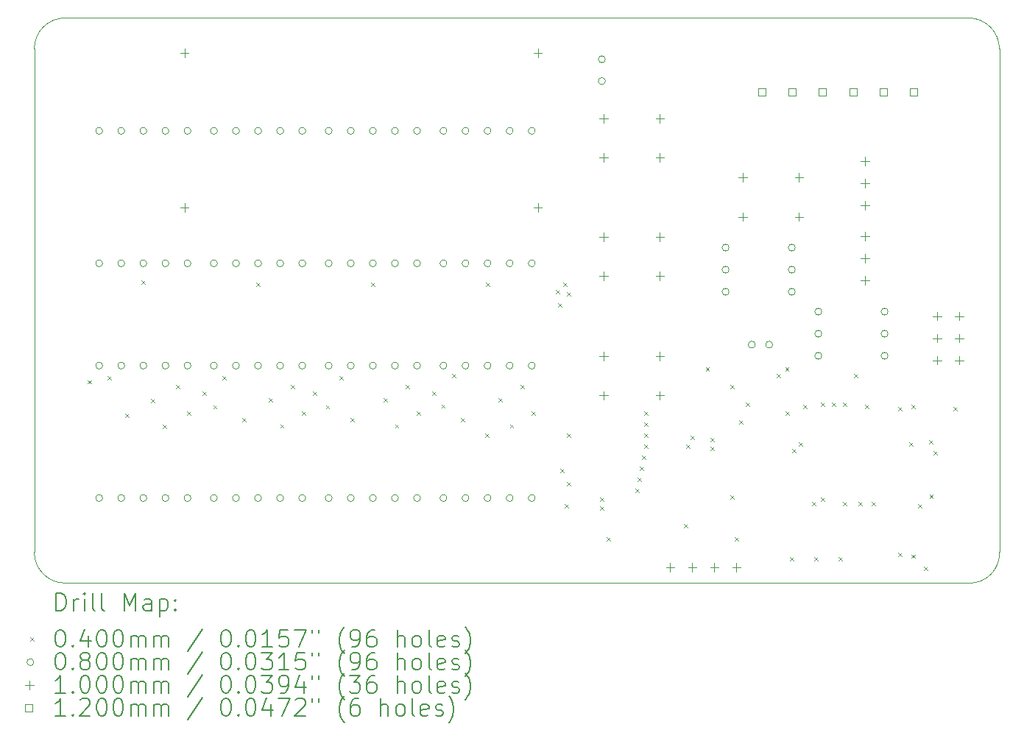
<source format=gbr>
%FSLAX45Y45*%
G04 Gerber Fmt 4.5, Leading zero omitted, Abs format (unit mm)*
G04 Created by KiCad (PCBNEW (6.0.0)) date 2022-03-13 19:16:48*
%MOMM*%
%LPD*%
G01*
G04 APERTURE LIST*
%TA.AperFunction,Profile*%
%ADD10C,0.100000*%
%TD*%
%ADD11C,0.200000*%
%ADD12C,0.040000*%
%ADD13C,0.080000*%
%ADD14C,0.100000*%
%ADD15C,0.120000*%
G04 APERTURE END LIST*
D10*
X5359400Y-4800600D02*
G75*
G03*
X5003800Y-5156200I0J-355600D01*
G01*
X16103600Y-10947400D02*
X16103600Y-5156200D01*
X16103600Y-5156200D02*
G75*
G03*
X15748000Y-4800600I-355600J0D01*
G01*
X15748000Y-11303000D02*
G75*
G03*
X16103600Y-10947400I16581J339019D01*
G01*
X15748000Y-4800600D02*
X5359400Y-4800600D01*
X5359400Y-11303000D02*
X15748000Y-11303000D01*
X5003800Y-5156200D02*
X5003800Y-10947400D01*
X5003800Y-10947400D02*
G75*
G03*
X5359400Y-11303000I355600J0D01*
G01*
D11*
D12*
X5621348Y-8969052D02*
X5661348Y-9009052D01*
X5661348Y-8969052D02*
X5621348Y-9009052D01*
X5847400Y-8920800D02*
X5887400Y-8960800D01*
X5887400Y-8920800D02*
X5847400Y-8960800D01*
X6050600Y-9352600D02*
X6090600Y-9392600D01*
X6090600Y-9352600D02*
X6050600Y-9392600D01*
X6238000Y-7819000D02*
X6278000Y-7859000D01*
X6278000Y-7819000D02*
X6238000Y-7859000D01*
X6346652Y-9183548D02*
X6386652Y-9223548D01*
X6386652Y-9183548D02*
X6346652Y-9223548D01*
X6482400Y-9479600D02*
X6522400Y-9519600D01*
X6522400Y-9479600D02*
X6482400Y-9519600D01*
X6634800Y-9022400D02*
X6674800Y-9062400D01*
X6674800Y-9022400D02*
X6634800Y-9062400D01*
X6763050Y-9328450D02*
X6803050Y-9368450D01*
X6803050Y-9328450D02*
X6763050Y-9368450D01*
X6941348Y-9096852D02*
X6981348Y-9136852D01*
X6981348Y-9096852D02*
X6941348Y-9136852D01*
X7061601Y-9255999D02*
X7101601Y-9295999D01*
X7101601Y-9255999D02*
X7061601Y-9295999D01*
X7168200Y-8920800D02*
X7208200Y-8960800D01*
X7208200Y-8920800D02*
X7168200Y-8960800D01*
X7396800Y-9403400D02*
X7436800Y-9443400D01*
X7436800Y-9403400D02*
X7396800Y-9443400D01*
X7558000Y-7845200D02*
X7598000Y-7885200D01*
X7598000Y-7845200D02*
X7558000Y-7885200D01*
X7703348Y-9173052D02*
X7743348Y-9213052D01*
X7743348Y-9173052D02*
X7703348Y-9213052D01*
X7832349Y-9475851D02*
X7872349Y-9515851D01*
X7872349Y-9475851D02*
X7832349Y-9515851D01*
X7957348Y-9020652D02*
X7997348Y-9060652D01*
X7997348Y-9020652D02*
X7957348Y-9060652D01*
X8081350Y-9328450D02*
X8121350Y-9368450D01*
X8121350Y-9328450D02*
X8081350Y-9368450D01*
X8209600Y-9098600D02*
X8249600Y-9138600D01*
X8249600Y-9098600D02*
X8209600Y-9138600D01*
X8357001Y-9255999D02*
X8397001Y-9295999D01*
X8397001Y-9255999D02*
X8357001Y-9295999D01*
X8515348Y-8919852D02*
X8555348Y-8959852D01*
X8555348Y-8919852D02*
X8515348Y-8959852D01*
X8641400Y-9403400D02*
X8681400Y-9443400D01*
X8681400Y-9403400D02*
X8641400Y-9443400D01*
X8878000Y-7846000D02*
X8918000Y-7886000D01*
X8918000Y-7846000D02*
X8878000Y-7886000D01*
X9023348Y-9173852D02*
X9063348Y-9213852D01*
X9063348Y-9173852D02*
X9023348Y-9213852D01*
X9153149Y-9475851D02*
X9193149Y-9515851D01*
X9193149Y-9475851D02*
X9153149Y-9515851D01*
X9277348Y-9021452D02*
X9317348Y-9061452D01*
X9317348Y-9021452D02*
X9277348Y-9061452D01*
X9402150Y-9328450D02*
X9442150Y-9368450D01*
X9442150Y-9328450D02*
X9402150Y-9368450D01*
X9581348Y-9098452D02*
X9621348Y-9138452D01*
X9621348Y-9098452D02*
X9581348Y-9138452D01*
X9686697Y-9247103D02*
X9726697Y-9287103D01*
X9726697Y-9247103D02*
X9686697Y-9287103D01*
X9809800Y-8895400D02*
X9849800Y-8935400D01*
X9849800Y-8895400D02*
X9809800Y-8935400D01*
X9911400Y-9403400D02*
X9951400Y-9443400D01*
X9951400Y-9403400D02*
X9911400Y-9443400D01*
X10190800Y-9581200D02*
X10230800Y-9621200D01*
X10230800Y-9581200D02*
X10190800Y-9621200D01*
X10198000Y-7846800D02*
X10238000Y-7886800D01*
X10238000Y-7846800D02*
X10198000Y-7886800D01*
X10343348Y-9174652D02*
X10383348Y-9214652D01*
X10383348Y-9174652D02*
X10343348Y-9214652D01*
X10473949Y-9475851D02*
X10513949Y-9515851D01*
X10513949Y-9475851D02*
X10473949Y-9515851D01*
X10597348Y-9022252D02*
X10637348Y-9062252D01*
X10637348Y-9022252D02*
X10597348Y-9062252D01*
X10722950Y-9328450D02*
X10762950Y-9368450D01*
X10762950Y-9328450D02*
X10722950Y-9368450D01*
X11003600Y-7930200D02*
X11043600Y-7970200D01*
X11043600Y-7930200D02*
X11003600Y-7970200D01*
X11029000Y-8082600D02*
X11069000Y-8122600D01*
X11069000Y-8082600D02*
X11029000Y-8122600D01*
X11054400Y-9987600D02*
X11094400Y-10027600D01*
X11094400Y-9987600D02*
X11054400Y-10027600D01*
X11087000Y-7846800D02*
X11127000Y-7886800D01*
X11127000Y-7846800D02*
X11087000Y-7886800D01*
X11105200Y-10394000D02*
X11145200Y-10434000D01*
X11145200Y-10394000D02*
X11105200Y-10434000D01*
X11130600Y-7955600D02*
X11170600Y-7995600D01*
X11170600Y-7955600D02*
X11130600Y-7995600D01*
X11130600Y-9581200D02*
X11170600Y-9621200D01*
X11170600Y-9581200D02*
X11130600Y-9621200D01*
X11130600Y-10140000D02*
X11170600Y-10180000D01*
X11170600Y-10140000D02*
X11130600Y-10180000D01*
X11511600Y-10317800D02*
X11551600Y-10357800D01*
X11551600Y-10317800D02*
X11511600Y-10357800D01*
X11511600Y-10419400D02*
X11551600Y-10459400D01*
X11551600Y-10419400D02*
X11511600Y-10459400D01*
X11587800Y-10775000D02*
X11627800Y-10815000D01*
X11627800Y-10775000D02*
X11587800Y-10815000D01*
X11918000Y-10216200D02*
X11958000Y-10256200D01*
X11958000Y-10216200D02*
X11918000Y-10256200D01*
X11943400Y-10089200D02*
X11983400Y-10129200D01*
X11983400Y-10089200D02*
X11943400Y-10129200D01*
X11968800Y-9962200D02*
X12008800Y-10002200D01*
X12008800Y-9962200D02*
X11968800Y-10002200D01*
X11994200Y-9835200D02*
X12034200Y-9875200D01*
X12034200Y-9835200D02*
X11994200Y-9875200D01*
X12019600Y-9327200D02*
X12059600Y-9367200D01*
X12059600Y-9327200D02*
X12019600Y-9367200D01*
X12019600Y-9454200D02*
X12059600Y-9494200D01*
X12059600Y-9454200D02*
X12019600Y-9494200D01*
X12019600Y-9581200D02*
X12059600Y-9621200D01*
X12059600Y-9581200D02*
X12019600Y-9621200D01*
X12019600Y-9708200D02*
X12059600Y-9748200D01*
X12059600Y-9708200D02*
X12019600Y-9748200D01*
X12476800Y-10622600D02*
X12516800Y-10662600D01*
X12516800Y-10622600D02*
X12476800Y-10662600D01*
X12502200Y-9708200D02*
X12542200Y-9748200D01*
X12542200Y-9708200D02*
X12502200Y-9748200D01*
X12553000Y-9606600D02*
X12593000Y-9646600D01*
X12593000Y-9606600D02*
X12553000Y-9646600D01*
X12727051Y-8822949D02*
X12767051Y-8862949D01*
X12767051Y-8822949D02*
X12727051Y-8862949D01*
X12781600Y-9632000D02*
X12821600Y-9672000D01*
X12821600Y-9632000D02*
X12781600Y-9672000D01*
X12781600Y-9733600D02*
X12821600Y-9773600D01*
X12821600Y-9733600D02*
X12781600Y-9773600D01*
X13010200Y-9022400D02*
X13050200Y-9062400D01*
X13050200Y-9022400D02*
X13010200Y-9062400D01*
X13010200Y-10292400D02*
X13050200Y-10332400D01*
X13050200Y-10292400D02*
X13010200Y-10332400D01*
X13061000Y-10775000D02*
X13101000Y-10815000D01*
X13101000Y-10775000D02*
X13061000Y-10815000D01*
X13111800Y-9428800D02*
X13151800Y-9468800D01*
X13151800Y-9428800D02*
X13111800Y-9468800D01*
X13188000Y-9225600D02*
X13228000Y-9265600D01*
X13228000Y-9225600D02*
X13188000Y-9265600D01*
X13543600Y-8895400D02*
X13583600Y-8935400D01*
X13583600Y-8895400D02*
X13543600Y-8935400D01*
X13641451Y-8822949D02*
X13681451Y-8862949D01*
X13681451Y-8822949D02*
X13641451Y-8862949D01*
X13645200Y-9327200D02*
X13685200Y-9367200D01*
X13685200Y-9327200D02*
X13645200Y-9367200D01*
X13696000Y-11003600D02*
X13736000Y-11043600D01*
X13736000Y-11003600D02*
X13696000Y-11043600D01*
X13721400Y-9759000D02*
X13761400Y-9799000D01*
X13761400Y-9759000D02*
X13721400Y-9799000D01*
X13797600Y-9682800D02*
X13837600Y-9722800D01*
X13837600Y-9682800D02*
X13797600Y-9722800D01*
X13848400Y-9251000D02*
X13888400Y-9291000D01*
X13888400Y-9251000D02*
X13848400Y-9291000D01*
X13950000Y-10368600D02*
X13990000Y-10408600D01*
X13990000Y-10368600D02*
X13950000Y-10408600D01*
X13975400Y-11003600D02*
X14015400Y-11043600D01*
X14015400Y-11003600D02*
X13975400Y-11043600D01*
X14051600Y-9225600D02*
X14091600Y-9265600D01*
X14091600Y-9225600D02*
X14051600Y-9265600D01*
X14051600Y-10317800D02*
X14091600Y-10357800D01*
X14091600Y-10317800D02*
X14051600Y-10357800D01*
X14178600Y-9225600D02*
X14218600Y-9265600D01*
X14218600Y-9225600D02*
X14178600Y-9265600D01*
X14254800Y-11003600D02*
X14294800Y-11043600D01*
X14294800Y-11003600D02*
X14254800Y-11043600D01*
X14305600Y-9225600D02*
X14345600Y-9265600D01*
X14345600Y-9225600D02*
X14305600Y-9265600D01*
X14305600Y-10368600D02*
X14345600Y-10408600D01*
X14345600Y-10368600D02*
X14305600Y-10408600D01*
X14432600Y-8895400D02*
X14472600Y-8935400D01*
X14472600Y-8895400D02*
X14432600Y-8935400D01*
X14483400Y-10368600D02*
X14523400Y-10408600D01*
X14523400Y-10368600D02*
X14483400Y-10408600D01*
X14559600Y-9251000D02*
X14599600Y-9291000D01*
X14599600Y-9251000D02*
X14559600Y-9291000D01*
X14635800Y-10368600D02*
X14675800Y-10408600D01*
X14675800Y-10368600D02*
X14635800Y-10408600D01*
X14940600Y-9276400D02*
X14980600Y-9316400D01*
X14980600Y-9276400D02*
X14940600Y-9316400D01*
X14940600Y-10952800D02*
X14980600Y-10992800D01*
X14980600Y-10952800D02*
X14940600Y-10992800D01*
X15067600Y-9682800D02*
X15107600Y-9722800D01*
X15107600Y-9682800D02*
X15067600Y-9722800D01*
X15093000Y-9251000D02*
X15133000Y-9291000D01*
X15133000Y-9251000D02*
X15093000Y-9291000D01*
X15093000Y-10974100D02*
X15133000Y-11014100D01*
X15133000Y-10974100D02*
X15093000Y-11014100D01*
X15169200Y-10394000D02*
X15209200Y-10434000D01*
X15209200Y-10394000D02*
X15169200Y-10434000D01*
X15235240Y-11115360D02*
X15275240Y-11155360D01*
X15275240Y-11115360D02*
X15235240Y-11155360D01*
X15296200Y-9657400D02*
X15336200Y-9697400D01*
X15336200Y-9657400D02*
X15296200Y-9697400D01*
X15301280Y-10282240D02*
X15341280Y-10322240D01*
X15341280Y-10282240D02*
X15301280Y-10322240D01*
X15347000Y-9784400D02*
X15387000Y-9824400D01*
X15387000Y-9784400D02*
X15347000Y-9824400D01*
X15575600Y-9276400D02*
X15615600Y-9316400D01*
X15615600Y-9276400D02*
X15575600Y-9316400D01*
D13*
X5790000Y-6100000D02*
G75*
G03*
X5790000Y-6100000I-40000J0D01*
G01*
X5790000Y-7624000D02*
G75*
G03*
X5790000Y-7624000I-40000J0D01*
G01*
X5790000Y-8800000D02*
G75*
G03*
X5790000Y-8800000I-40000J0D01*
G01*
X5790000Y-10324000D02*
G75*
G03*
X5790000Y-10324000I-40000J0D01*
G01*
X6044000Y-6100000D02*
G75*
G03*
X6044000Y-6100000I-40000J0D01*
G01*
X6044000Y-7624000D02*
G75*
G03*
X6044000Y-7624000I-40000J0D01*
G01*
X6044000Y-8800000D02*
G75*
G03*
X6044000Y-8800000I-40000J0D01*
G01*
X6044000Y-10324000D02*
G75*
G03*
X6044000Y-10324000I-40000J0D01*
G01*
X6298000Y-6100000D02*
G75*
G03*
X6298000Y-6100000I-40000J0D01*
G01*
X6298000Y-7624000D02*
G75*
G03*
X6298000Y-7624000I-40000J0D01*
G01*
X6298000Y-8800000D02*
G75*
G03*
X6298000Y-8800000I-40000J0D01*
G01*
X6298000Y-10324000D02*
G75*
G03*
X6298000Y-10324000I-40000J0D01*
G01*
X6552000Y-6100000D02*
G75*
G03*
X6552000Y-6100000I-40000J0D01*
G01*
X6552000Y-7624000D02*
G75*
G03*
X6552000Y-7624000I-40000J0D01*
G01*
X6552000Y-8800000D02*
G75*
G03*
X6552000Y-8800000I-40000J0D01*
G01*
X6552000Y-10324000D02*
G75*
G03*
X6552000Y-10324000I-40000J0D01*
G01*
X6806000Y-6100000D02*
G75*
G03*
X6806000Y-6100000I-40000J0D01*
G01*
X6806000Y-7624000D02*
G75*
G03*
X6806000Y-7624000I-40000J0D01*
G01*
X6806000Y-8800000D02*
G75*
G03*
X6806000Y-8800000I-40000J0D01*
G01*
X6806000Y-10324000D02*
G75*
G03*
X6806000Y-10324000I-40000J0D01*
G01*
X7110000Y-6100000D02*
G75*
G03*
X7110000Y-6100000I-40000J0D01*
G01*
X7110000Y-7624000D02*
G75*
G03*
X7110000Y-7624000I-40000J0D01*
G01*
X7110000Y-8800000D02*
G75*
G03*
X7110000Y-8800000I-40000J0D01*
G01*
X7110000Y-10324000D02*
G75*
G03*
X7110000Y-10324000I-40000J0D01*
G01*
X7364000Y-6100000D02*
G75*
G03*
X7364000Y-6100000I-40000J0D01*
G01*
X7364000Y-7624000D02*
G75*
G03*
X7364000Y-7624000I-40000J0D01*
G01*
X7364000Y-8800000D02*
G75*
G03*
X7364000Y-8800000I-40000J0D01*
G01*
X7364000Y-10324000D02*
G75*
G03*
X7364000Y-10324000I-40000J0D01*
G01*
X7618000Y-6100000D02*
G75*
G03*
X7618000Y-6100000I-40000J0D01*
G01*
X7618000Y-7624000D02*
G75*
G03*
X7618000Y-7624000I-40000J0D01*
G01*
X7618000Y-8800000D02*
G75*
G03*
X7618000Y-8800000I-40000J0D01*
G01*
X7618000Y-10324000D02*
G75*
G03*
X7618000Y-10324000I-40000J0D01*
G01*
X7872000Y-6100000D02*
G75*
G03*
X7872000Y-6100000I-40000J0D01*
G01*
X7872000Y-7624000D02*
G75*
G03*
X7872000Y-7624000I-40000J0D01*
G01*
X7872000Y-8800000D02*
G75*
G03*
X7872000Y-8800000I-40000J0D01*
G01*
X7872000Y-10324000D02*
G75*
G03*
X7872000Y-10324000I-40000J0D01*
G01*
X8126000Y-6100000D02*
G75*
G03*
X8126000Y-6100000I-40000J0D01*
G01*
X8126000Y-7624000D02*
G75*
G03*
X8126000Y-7624000I-40000J0D01*
G01*
X8126000Y-8800000D02*
G75*
G03*
X8126000Y-8800000I-40000J0D01*
G01*
X8126000Y-10324000D02*
G75*
G03*
X8126000Y-10324000I-40000J0D01*
G01*
X8430000Y-6100000D02*
G75*
G03*
X8430000Y-6100000I-40000J0D01*
G01*
X8430000Y-7624000D02*
G75*
G03*
X8430000Y-7624000I-40000J0D01*
G01*
X8430000Y-8800000D02*
G75*
G03*
X8430000Y-8800000I-40000J0D01*
G01*
X8430000Y-10324000D02*
G75*
G03*
X8430000Y-10324000I-40000J0D01*
G01*
X8684000Y-6100000D02*
G75*
G03*
X8684000Y-6100000I-40000J0D01*
G01*
X8684000Y-7624000D02*
G75*
G03*
X8684000Y-7624000I-40000J0D01*
G01*
X8684000Y-8800000D02*
G75*
G03*
X8684000Y-8800000I-40000J0D01*
G01*
X8684000Y-10324000D02*
G75*
G03*
X8684000Y-10324000I-40000J0D01*
G01*
X8938000Y-6100000D02*
G75*
G03*
X8938000Y-6100000I-40000J0D01*
G01*
X8938000Y-7624000D02*
G75*
G03*
X8938000Y-7624000I-40000J0D01*
G01*
X8938000Y-8800000D02*
G75*
G03*
X8938000Y-8800000I-40000J0D01*
G01*
X8938000Y-10324000D02*
G75*
G03*
X8938000Y-10324000I-40000J0D01*
G01*
X9192000Y-6100000D02*
G75*
G03*
X9192000Y-6100000I-40000J0D01*
G01*
X9192000Y-7624000D02*
G75*
G03*
X9192000Y-7624000I-40000J0D01*
G01*
X9192000Y-8800000D02*
G75*
G03*
X9192000Y-8800000I-40000J0D01*
G01*
X9192000Y-10324000D02*
G75*
G03*
X9192000Y-10324000I-40000J0D01*
G01*
X9446000Y-6100000D02*
G75*
G03*
X9446000Y-6100000I-40000J0D01*
G01*
X9446000Y-7624000D02*
G75*
G03*
X9446000Y-7624000I-40000J0D01*
G01*
X9446000Y-8800000D02*
G75*
G03*
X9446000Y-8800000I-40000J0D01*
G01*
X9446000Y-10324000D02*
G75*
G03*
X9446000Y-10324000I-40000J0D01*
G01*
X9750000Y-6100000D02*
G75*
G03*
X9750000Y-6100000I-40000J0D01*
G01*
X9750000Y-7624000D02*
G75*
G03*
X9750000Y-7624000I-40000J0D01*
G01*
X9750000Y-8800000D02*
G75*
G03*
X9750000Y-8800000I-40000J0D01*
G01*
X9750000Y-10324000D02*
G75*
G03*
X9750000Y-10324000I-40000J0D01*
G01*
X10004000Y-6100000D02*
G75*
G03*
X10004000Y-6100000I-40000J0D01*
G01*
X10004000Y-7624000D02*
G75*
G03*
X10004000Y-7624000I-40000J0D01*
G01*
X10004000Y-8800000D02*
G75*
G03*
X10004000Y-8800000I-40000J0D01*
G01*
X10004000Y-10324000D02*
G75*
G03*
X10004000Y-10324000I-40000J0D01*
G01*
X10258000Y-6100000D02*
G75*
G03*
X10258000Y-6100000I-40000J0D01*
G01*
X10258000Y-7624000D02*
G75*
G03*
X10258000Y-7624000I-40000J0D01*
G01*
X10258000Y-8800000D02*
G75*
G03*
X10258000Y-8800000I-40000J0D01*
G01*
X10258000Y-10324000D02*
G75*
G03*
X10258000Y-10324000I-40000J0D01*
G01*
X10512000Y-6100000D02*
G75*
G03*
X10512000Y-6100000I-40000J0D01*
G01*
X10512000Y-7624000D02*
G75*
G03*
X10512000Y-7624000I-40000J0D01*
G01*
X10512000Y-8800000D02*
G75*
G03*
X10512000Y-8800000I-40000J0D01*
G01*
X10512000Y-10324000D02*
G75*
G03*
X10512000Y-10324000I-40000J0D01*
G01*
X10766000Y-6100000D02*
G75*
G03*
X10766000Y-6100000I-40000J0D01*
G01*
X10766000Y-7624000D02*
G75*
G03*
X10766000Y-7624000I-40000J0D01*
G01*
X10766000Y-8800000D02*
G75*
G03*
X10766000Y-8800000I-40000J0D01*
G01*
X10766000Y-10324000D02*
G75*
G03*
X10766000Y-10324000I-40000J0D01*
G01*
X11571600Y-5276340D02*
G75*
G03*
X11571600Y-5276340I-40000J0D01*
G01*
X11571600Y-5526340D02*
G75*
G03*
X11571600Y-5526340I-40000J0D01*
G01*
X12995000Y-7443700D02*
G75*
G03*
X12995000Y-7443700I-40000J0D01*
G01*
X12995000Y-7697700D02*
G75*
G03*
X12995000Y-7697700I-40000J0D01*
G01*
X12995000Y-7951700D02*
G75*
G03*
X12995000Y-7951700I-40000J0D01*
G01*
X13295911Y-8559800D02*
G75*
G03*
X13295911Y-8559800I-40000J0D01*
G01*
X13495911Y-8559800D02*
G75*
G03*
X13495911Y-8559800I-40000J0D01*
G01*
X13757000Y-7443700D02*
G75*
G03*
X13757000Y-7443700I-40000J0D01*
G01*
X13757000Y-7697700D02*
G75*
G03*
X13757000Y-7697700I-40000J0D01*
G01*
X13757000Y-7951700D02*
G75*
G03*
X13757000Y-7951700I-40000J0D01*
G01*
X14061800Y-8180300D02*
G75*
G03*
X14061800Y-8180300I-40000J0D01*
G01*
X14061800Y-8434300D02*
G75*
G03*
X14061800Y-8434300I-40000J0D01*
G01*
X14061800Y-8688300D02*
G75*
G03*
X14061800Y-8688300I-40000J0D01*
G01*
X14823800Y-8180300D02*
G75*
G03*
X14823800Y-8180300I-40000J0D01*
G01*
X14823800Y-8434300D02*
G75*
G03*
X14823800Y-8434300I-40000J0D01*
G01*
X14823800Y-8688300D02*
G75*
G03*
X14823800Y-8688300I-40000J0D01*
G01*
D14*
X6731000Y-5157000D02*
X6731000Y-5257000D01*
X6681000Y-5207000D02*
X6781000Y-5207000D01*
X6731000Y-6935000D02*
X6731000Y-7035000D01*
X6681000Y-6985000D02*
X6781000Y-6985000D01*
X10795000Y-5157000D02*
X10795000Y-5257000D01*
X10745000Y-5207000D02*
X10845000Y-5207000D01*
X10795000Y-6935000D02*
X10795000Y-7035000D01*
X10745000Y-6985000D02*
X10845000Y-6985000D01*
X11550000Y-5905000D02*
X11550000Y-6005000D01*
X11500000Y-5955000D02*
X11600000Y-5955000D01*
X11550000Y-6355000D02*
X11550000Y-6455000D01*
X11500000Y-6405000D02*
X11600000Y-6405000D01*
X11550000Y-7270000D02*
X11550000Y-7370000D01*
X11500000Y-7320000D02*
X11600000Y-7320000D01*
X11550000Y-7720000D02*
X11550000Y-7820000D01*
X11500000Y-7770000D02*
X11600000Y-7770000D01*
X11550000Y-8644500D02*
X11550000Y-8744500D01*
X11500000Y-8694500D02*
X11600000Y-8694500D01*
X11550000Y-9094500D02*
X11550000Y-9194500D01*
X11500000Y-9144500D02*
X11600000Y-9144500D01*
X12200000Y-5905000D02*
X12200000Y-6005000D01*
X12150000Y-5955000D02*
X12250000Y-5955000D01*
X12200000Y-6355000D02*
X12200000Y-6455000D01*
X12150000Y-6405000D02*
X12250000Y-6405000D01*
X12200000Y-7270000D02*
X12200000Y-7370000D01*
X12150000Y-7320000D02*
X12250000Y-7320000D01*
X12200000Y-7720000D02*
X12200000Y-7820000D01*
X12150000Y-7770000D02*
X12250000Y-7770000D01*
X12200000Y-8644500D02*
X12200000Y-8744500D01*
X12150000Y-8694500D02*
X12250000Y-8694500D01*
X12200000Y-9094500D02*
X12200000Y-9194500D01*
X12150000Y-9144500D02*
X12250000Y-9144500D01*
X12318000Y-11075200D02*
X12318000Y-11175200D01*
X12268000Y-11125200D02*
X12368000Y-11125200D01*
X12572000Y-11075200D02*
X12572000Y-11175200D01*
X12522000Y-11125200D02*
X12622000Y-11125200D01*
X12826000Y-11075200D02*
X12826000Y-11175200D01*
X12776000Y-11125200D02*
X12876000Y-11125200D01*
X13080000Y-11075200D02*
X13080000Y-11175200D01*
X13030000Y-11125200D02*
X13130000Y-11125200D01*
X13150000Y-6588000D02*
X13150000Y-6688000D01*
X13100000Y-6638000D02*
X13200000Y-6638000D01*
X13150000Y-7038000D02*
X13150000Y-7138000D01*
X13100000Y-7088000D02*
X13200000Y-7088000D01*
X13800000Y-6588000D02*
X13800000Y-6688000D01*
X13750000Y-6638000D02*
X13850000Y-6638000D01*
X13800000Y-7038000D02*
X13800000Y-7138000D01*
X13750000Y-7088000D02*
X13850000Y-7088000D01*
X14560400Y-6401600D02*
X14560400Y-6501600D01*
X14510400Y-6451600D02*
X14610400Y-6451600D01*
X14560400Y-6655600D02*
X14560400Y-6755600D01*
X14510400Y-6705600D02*
X14610400Y-6705600D01*
X14560400Y-6909600D02*
X14560400Y-7009600D01*
X14510400Y-6959600D02*
X14610400Y-6959600D01*
X14560400Y-7265200D02*
X14560400Y-7365200D01*
X14510400Y-7315200D02*
X14610400Y-7315200D01*
X14560400Y-7519200D02*
X14560400Y-7619200D01*
X14510400Y-7569200D02*
X14610400Y-7569200D01*
X14560400Y-7773200D02*
X14560400Y-7873200D01*
X14510400Y-7823200D02*
X14610400Y-7823200D01*
X15386200Y-8181100D02*
X15386200Y-8281100D01*
X15336200Y-8231100D02*
X15436200Y-8231100D01*
X15386200Y-8435100D02*
X15386200Y-8535100D01*
X15336200Y-8485100D02*
X15436200Y-8485100D01*
X15386200Y-8689100D02*
X15386200Y-8789100D01*
X15336200Y-8739100D02*
X15436200Y-8739100D01*
X15640200Y-8181100D02*
X15640200Y-8281100D01*
X15590200Y-8231100D02*
X15690200Y-8231100D01*
X15640200Y-8435100D02*
X15640200Y-8535100D01*
X15590200Y-8485100D02*
X15690200Y-8485100D01*
X15640200Y-8689100D02*
X15640200Y-8789100D01*
X15590200Y-8739100D02*
X15690200Y-8739100D01*
D15*
X13411327Y-5695077D02*
X13411327Y-5610223D01*
X13326473Y-5610223D01*
X13326473Y-5695077D01*
X13411327Y-5695077D01*
X13761327Y-5695077D02*
X13761327Y-5610223D01*
X13676473Y-5610223D01*
X13676473Y-5695077D01*
X13761327Y-5695077D01*
X14111327Y-5695077D02*
X14111327Y-5610223D01*
X14026473Y-5610223D01*
X14026473Y-5695077D01*
X14111327Y-5695077D01*
X14461327Y-5695077D02*
X14461327Y-5610223D01*
X14376473Y-5610223D01*
X14376473Y-5695077D01*
X14461327Y-5695077D01*
X14811327Y-5695077D02*
X14811327Y-5610223D01*
X14726473Y-5610223D01*
X14726473Y-5695077D01*
X14811327Y-5695077D01*
X15161327Y-5695077D02*
X15161327Y-5610223D01*
X15076473Y-5610223D01*
X15076473Y-5695077D01*
X15161327Y-5695077D01*
D11*
X5256419Y-11618881D02*
X5256419Y-11418881D01*
X5304038Y-11418881D01*
X5332610Y-11428405D01*
X5351657Y-11447453D01*
X5361181Y-11466500D01*
X5370705Y-11504596D01*
X5370705Y-11533167D01*
X5361181Y-11571262D01*
X5351657Y-11590310D01*
X5332610Y-11609357D01*
X5304038Y-11618881D01*
X5256419Y-11618881D01*
X5456419Y-11618881D02*
X5456419Y-11485548D01*
X5456419Y-11523643D02*
X5465943Y-11504596D01*
X5475467Y-11495072D01*
X5494514Y-11485548D01*
X5513562Y-11485548D01*
X5580229Y-11618881D02*
X5580229Y-11485548D01*
X5580229Y-11418881D02*
X5570705Y-11428405D01*
X5580229Y-11437929D01*
X5589752Y-11428405D01*
X5580229Y-11418881D01*
X5580229Y-11437929D01*
X5704038Y-11618881D02*
X5684990Y-11609357D01*
X5675467Y-11590310D01*
X5675467Y-11418881D01*
X5808800Y-11618881D02*
X5789752Y-11609357D01*
X5780228Y-11590310D01*
X5780228Y-11418881D01*
X6037371Y-11618881D02*
X6037371Y-11418881D01*
X6104038Y-11561738D01*
X6170705Y-11418881D01*
X6170705Y-11618881D01*
X6351657Y-11618881D02*
X6351657Y-11514119D01*
X6342133Y-11495072D01*
X6323086Y-11485548D01*
X6284990Y-11485548D01*
X6265943Y-11495072D01*
X6351657Y-11609357D02*
X6332609Y-11618881D01*
X6284990Y-11618881D01*
X6265943Y-11609357D01*
X6256419Y-11590310D01*
X6256419Y-11571262D01*
X6265943Y-11552215D01*
X6284990Y-11542691D01*
X6332609Y-11542691D01*
X6351657Y-11533167D01*
X6446895Y-11485548D02*
X6446895Y-11685548D01*
X6446895Y-11495072D02*
X6465943Y-11485548D01*
X6504038Y-11485548D01*
X6523086Y-11495072D01*
X6532609Y-11504596D01*
X6542133Y-11523643D01*
X6542133Y-11580786D01*
X6532609Y-11599834D01*
X6523086Y-11609357D01*
X6504038Y-11618881D01*
X6465943Y-11618881D01*
X6446895Y-11609357D01*
X6627848Y-11599834D02*
X6637371Y-11609357D01*
X6627848Y-11618881D01*
X6618324Y-11609357D01*
X6627848Y-11599834D01*
X6627848Y-11618881D01*
X6627848Y-11495072D02*
X6637371Y-11504596D01*
X6627848Y-11514119D01*
X6618324Y-11504596D01*
X6627848Y-11495072D01*
X6627848Y-11514119D01*
D12*
X4958800Y-11928405D02*
X4998800Y-11968405D01*
X4998800Y-11928405D02*
X4958800Y-11968405D01*
D11*
X5294514Y-11838881D02*
X5313562Y-11838881D01*
X5332610Y-11848405D01*
X5342133Y-11857929D01*
X5351657Y-11876977D01*
X5361181Y-11915072D01*
X5361181Y-11962691D01*
X5351657Y-12000786D01*
X5342133Y-12019834D01*
X5332610Y-12029357D01*
X5313562Y-12038881D01*
X5294514Y-12038881D01*
X5275467Y-12029357D01*
X5265943Y-12019834D01*
X5256419Y-12000786D01*
X5246895Y-11962691D01*
X5246895Y-11915072D01*
X5256419Y-11876977D01*
X5265943Y-11857929D01*
X5275467Y-11848405D01*
X5294514Y-11838881D01*
X5446895Y-12019834D02*
X5456419Y-12029357D01*
X5446895Y-12038881D01*
X5437371Y-12029357D01*
X5446895Y-12019834D01*
X5446895Y-12038881D01*
X5627848Y-11905548D02*
X5627848Y-12038881D01*
X5580229Y-11829357D02*
X5532610Y-11972215D01*
X5656419Y-11972215D01*
X5770705Y-11838881D02*
X5789752Y-11838881D01*
X5808800Y-11848405D01*
X5818324Y-11857929D01*
X5827848Y-11876977D01*
X5837371Y-11915072D01*
X5837371Y-11962691D01*
X5827848Y-12000786D01*
X5818324Y-12019834D01*
X5808800Y-12029357D01*
X5789752Y-12038881D01*
X5770705Y-12038881D01*
X5751657Y-12029357D01*
X5742133Y-12019834D01*
X5732609Y-12000786D01*
X5723086Y-11962691D01*
X5723086Y-11915072D01*
X5732609Y-11876977D01*
X5742133Y-11857929D01*
X5751657Y-11848405D01*
X5770705Y-11838881D01*
X5961181Y-11838881D02*
X5980228Y-11838881D01*
X5999276Y-11848405D01*
X6008800Y-11857929D01*
X6018324Y-11876977D01*
X6027848Y-11915072D01*
X6027848Y-11962691D01*
X6018324Y-12000786D01*
X6008800Y-12019834D01*
X5999276Y-12029357D01*
X5980228Y-12038881D01*
X5961181Y-12038881D01*
X5942133Y-12029357D01*
X5932609Y-12019834D01*
X5923086Y-12000786D01*
X5913562Y-11962691D01*
X5913562Y-11915072D01*
X5923086Y-11876977D01*
X5932609Y-11857929D01*
X5942133Y-11848405D01*
X5961181Y-11838881D01*
X6113562Y-12038881D02*
X6113562Y-11905548D01*
X6113562Y-11924596D02*
X6123086Y-11915072D01*
X6142133Y-11905548D01*
X6170705Y-11905548D01*
X6189752Y-11915072D01*
X6199276Y-11934119D01*
X6199276Y-12038881D01*
X6199276Y-11934119D02*
X6208800Y-11915072D01*
X6227848Y-11905548D01*
X6256419Y-11905548D01*
X6275467Y-11915072D01*
X6284990Y-11934119D01*
X6284990Y-12038881D01*
X6380228Y-12038881D02*
X6380228Y-11905548D01*
X6380228Y-11924596D02*
X6389752Y-11915072D01*
X6408800Y-11905548D01*
X6437371Y-11905548D01*
X6456419Y-11915072D01*
X6465943Y-11934119D01*
X6465943Y-12038881D01*
X6465943Y-11934119D02*
X6475467Y-11915072D01*
X6494514Y-11905548D01*
X6523086Y-11905548D01*
X6542133Y-11915072D01*
X6551657Y-11934119D01*
X6551657Y-12038881D01*
X6942133Y-11829357D02*
X6770705Y-12086500D01*
X7199276Y-11838881D02*
X7218324Y-11838881D01*
X7237371Y-11848405D01*
X7246895Y-11857929D01*
X7256419Y-11876977D01*
X7265943Y-11915072D01*
X7265943Y-11962691D01*
X7256419Y-12000786D01*
X7246895Y-12019834D01*
X7237371Y-12029357D01*
X7218324Y-12038881D01*
X7199276Y-12038881D01*
X7180228Y-12029357D01*
X7170705Y-12019834D01*
X7161181Y-12000786D01*
X7151657Y-11962691D01*
X7151657Y-11915072D01*
X7161181Y-11876977D01*
X7170705Y-11857929D01*
X7180228Y-11848405D01*
X7199276Y-11838881D01*
X7351657Y-12019834D02*
X7361181Y-12029357D01*
X7351657Y-12038881D01*
X7342133Y-12029357D01*
X7351657Y-12019834D01*
X7351657Y-12038881D01*
X7484990Y-11838881D02*
X7504038Y-11838881D01*
X7523086Y-11848405D01*
X7532609Y-11857929D01*
X7542133Y-11876977D01*
X7551657Y-11915072D01*
X7551657Y-11962691D01*
X7542133Y-12000786D01*
X7532609Y-12019834D01*
X7523086Y-12029357D01*
X7504038Y-12038881D01*
X7484990Y-12038881D01*
X7465943Y-12029357D01*
X7456419Y-12019834D01*
X7446895Y-12000786D01*
X7437371Y-11962691D01*
X7437371Y-11915072D01*
X7446895Y-11876977D01*
X7456419Y-11857929D01*
X7465943Y-11848405D01*
X7484990Y-11838881D01*
X7742133Y-12038881D02*
X7627848Y-12038881D01*
X7684990Y-12038881D02*
X7684990Y-11838881D01*
X7665943Y-11867453D01*
X7646895Y-11886500D01*
X7627848Y-11896024D01*
X7923086Y-11838881D02*
X7827848Y-11838881D01*
X7818324Y-11934119D01*
X7827848Y-11924596D01*
X7846895Y-11915072D01*
X7894514Y-11915072D01*
X7913562Y-11924596D01*
X7923086Y-11934119D01*
X7932609Y-11953167D01*
X7932609Y-12000786D01*
X7923086Y-12019834D01*
X7913562Y-12029357D01*
X7894514Y-12038881D01*
X7846895Y-12038881D01*
X7827848Y-12029357D01*
X7818324Y-12019834D01*
X7999276Y-11838881D02*
X8132609Y-11838881D01*
X8046895Y-12038881D01*
X8199276Y-11838881D02*
X8199276Y-11876977D01*
X8275467Y-11838881D02*
X8275467Y-11876977D01*
X8570705Y-12115072D02*
X8561181Y-12105548D01*
X8542133Y-12076977D01*
X8532610Y-12057929D01*
X8523086Y-12029357D01*
X8513562Y-11981738D01*
X8513562Y-11943643D01*
X8523086Y-11896024D01*
X8532610Y-11867453D01*
X8542133Y-11848405D01*
X8561181Y-11819834D01*
X8570705Y-11810310D01*
X8656419Y-12038881D02*
X8694514Y-12038881D01*
X8713562Y-12029357D01*
X8723086Y-12019834D01*
X8742133Y-11991262D01*
X8751657Y-11953167D01*
X8751657Y-11876977D01*
X8742133Y-11857929D01*
X8732610Y-11848405D01*
X8713562Y-11838881D01*
X8675467Y-11838881D01*
X8656419Y-11848405D01*
X8646895Y-11857929D01*
X8637371Y-11876977D01*
X8637371Y-11924596D01*
X8646895Y-11943643D01*
X8656419Y-11953167D01*
X8675467Y-11962691D01*
X8713562Y-11962691D01*
X8732610Y-11953167D01*
X8742133Y-11943643D01*
X8751657Y-11924596D01*
X8923086Y-11838881D02*
X8884990Y-11838881D01*
X8865943Y-11848405D01*
X8856419Y-11857929D01*
X8837371Y-11886500D01*
X8827848Y-11924596D01*
X8827848Y-12000786D01*
X8837371Y-12019834D01*
X8846895Y-12029357D01*
X8865943Y-12038881D01*
X8904038Y-12038881D01*
X8923086Y-12029357D01*
X8932610Y-12019834D01*
X8942133Y-12000786D01*
X8942133Y-11953167D01*
X8932610Y-11934119D01*
X8923086Y-11924596D01*
X8904038Y-11915072D01*
X8865943Y-11915072D01*
X8846895Y-11924596D01*
X8837371Y-11934119D01*
X8827848Y-11953167D01*
X9180229Y-12038881D02*
X9180229Y-11838881D01*
X9265943Y-12038881D02*
X9265943Y-11934119D01*
X9256419Y-11915072D01*
X9237371Y-11905548D01*
X9208800Y-11905548D01*
X9189752Y-11915072D01*
X9180229Y-11924596D01*
X9389752Y-12038881D02*
X9370705Y-12029357D01*
X9361181Y-12019834D01*
X9351657Y-12000786D01*
X9351657Y-11943643D01*
X9361181Y-11924596D01*
X9370705Y-11915072D01*
X9389752Y-11905548D01*
X9418324Y-11905548D01*
X9437371Y-11915072D01*
X9446895Y-11924596D01*
X9456419Y-11943643D01*
X9456419Y-12000786D01*
X9446895Y-12019834D01*
X9437371Y-12029357D01*
X9418324Y-12038881D01*
X9389752Y-12038881D01*
X9570705Y-12038881D02*
X9551657Y-12029357D01*
X9542133Y-12010310D01*
X9542133Y-11838881D01*
X9723086Y-12029357D02*
X9704038Y-12038881D01*
X9665943Y-12038881D01*
X9646895Y-12029357D01*
X9637371Y-12010310D01*
X9637371Y-11934119D01*
X9646895Y-11915072D01*
X9665943Y-11905548D01*
X9704038Y-11905548D01*
X9723086Y-11915072D01*
X9732610Y-11934119D01*
X9732610Y-11953167D01*
X9637371Y-11972215D01*
X9808800Y-12029357D02*
X9827848Y-12038881D01*
X9865943Y-12038881D01*
X9884990Y-12029357D01*
X9894514Y-12010310D01*
X9894514Y-12000786D01*
X9884990Y-11981738D01*
X9865943Y-11972215D01*
X9837371Y-11972215D01*
X9818324Y-11962691D01*
X9808800Y-11943643D01*
X9808800Y-11934119D01*
X9818324Y-11915072D01*
X9837371Y-11905548D01*
X9865943Y-11905548D01*
X9884990Y-11915072D01*
X9961181Y-12115072D02*
X9970705Y-12105548D01*
X9989752Y-12076977D01*
X9999276Y-12057929D01*
X10008800Y-12029357D01*
X10018324Y-11981738D01*
X10018324Y-11943643D01*
X10008800Y-11896024D01*
X9999276Y-11867453D01*
X9989752Y-11848405D01*
X9970705Y-11819834D01*
X9961181Y-11810310D01*
D13*
X4998800Y-12212405D02*
G75*
G03*
X4998800Y-12212405I-40000J0D01*
G01*
D11*
X5294514Y-12102881D02*
X5313562Y-12102881D01*
X5332610Y-12112405D01*
X5342133Y-12121929D01*
X5351657Y-12140977D01*
X5361181Y-12179072D01*
X5361181Y-12226691D01*
X5351657Y-12264786D01*
X5342133Y-12283834D01*
X5332610Y-12293357D01*
X5313562Y-12302881D01*
X5294514Y-12302881D01*
X5275467Y-12293357D01*
X5265943Y-12283834D01*
X5256419Y-12264786D01*
X5246895Y-12226691D01*
X5246895Y-12179072D01*
X5256419Y-12140977D01*
X5265943Y-12121929D01*
X5275467Y-12112405D01*
X5294514Y-12102881D01*
X5446895Y-12283834D02*
X5456419Y-12293357D01*
X5446895Y-12302881D01*
X5437371Y-12293357D01*
X5446895Y-12283834D01*
X5446895Y-12302881D01*
X5570705Y-12188596D02*
X5551657Y-12179072D01*
X5542133Y-12169548D01*
X5532610Y-12150500D01*
X5532610Y-12140977D01*
X5542133Y-12121929D01*
X5551657Y-12112405D01*
X5570705Y-12102881D01*
X5608800Y-12102881D01*
X5627848Y-12112405D01*
X5637371Y-12121929D01*
X5646895Y-12140977D01*
X5646895Y-12150500D01*
X5637371Y-12169548D01*
X5627848Y-12179072D01*
X5608800Y-12188596D01*
X5570705Y-12188596D01*
X5551657Y-12198119D01*
X5542133Y-12207643D01*
X5532610Y-12226691D01*
X5532610Y-12264786D01*
X5542133Y-12283834D01*
X5551657Y-12293357D01*
X5570705Y-12302881D01*
X5608800Y-12302881D01*
X5627848Y-12293357D01*
X5637371Y-12283834D01*
X5646895Y-12264786D01*
X5646895Y-12226691D01*
X5637371Y-12207643D01*
X5627848Y-12198119D01*
X5608800Y-12188596D01*
X5770705Y-12102881D02*
X5789752Y-12102881D01*
X5808800Y-12112405D01*
X5818324Y-12121929D01*
X5827848Y-12140977D01*
X5837371Y-12179072D01*
X5837371Y-12226691D01*
X5827848Y-12264786D01*
X5818324Y-12283834D01*
X5808800Y-12293357D01*
X5789752Y-12302881D01*
X5770705Y-12302881D01*
X5751657Y-12293357D01*
X5742133Y-12283834D01*
X5732609Y-12264786D01*
X5723086Y-12226691D01*
X5723086Y-12179072D01*
X5732609Y-12140977D01*
X5742133Y-12121929D01*
X5751657Y-12112405D01*
X5770705Y-12102881D01*
X5961181Y-12102881D02*
X5980228Y-12102881D01*
X5999276Y-12112405D01*
X6008800Y-12121929D01*
X6018324Y-12140977D01*
X6027848Y-12179072D01*
X6027848Y-12226691D01*
X6018324Y-12264786D01*
X6008800Y-12283834D01*
X5999276Y-12293357D01*
X5980228Y-12302881D01*
X5961181Y-12302881D01*
X5942133Y-12293357D01*
X5932609Y-12283834D01*
X5923086Y-12264786D01*
X5913562Y-12226691D01*
X5913562Y-12179072D01*
X5923086Y-12140977D01*
X5932609Y-12121929D01*
X5942133Y-12112405D01*
X5961181Y-12102881D01*
X6113562Y-12302881D02*
X6113562Y-12169548D01*
X6113562Y-12188596D02*
X6123086Y-12179072D01*
X6142133Y-12169548D01*
X6170705Y-12169548D01*
X6189752Y-12179072D01*
X6199276Y-12198119D01*
X6199276Y-12302881D01*
X6199276Y-12198119D02*
X6208800Y-12179072D01*
X6227848Y-12169548D01*
X6256419Y-12169548D01*
X6275467Y-12179072D01*
X6284990Y-12198119D01*
X6284990Y-12302881D01*
X6380228Y-12302881D02*
X6380228Y-12169548D01*
X6380228Y-12188596D02*
X6389752Y-12179072D01*
X6408800Y-12169548D01*
X6437371Y-12169548D01*
X6456419Y-12179072D01*
X6465943Y-12198119D01*
X6465943Y-12302881D01*
X6465943Y-12198119D02*
X6475467Y-12179072D01*
X6494514Y-12169548D01*
X6523086Y-12169548D01*
X6542133Y-12179072D01*
X6551657Y-12198119D01*
X6551657Y-12302881D01*
X6942133Y-12093357D02*
X6770705Y-12350500D01*
X7199276Y-12102881D02*
X7218324Y-12102881D01*
X7237371Y-12112405D01*
X7246895Y-12121929D01*
X7256419Y-12140977D01*
X7265943Y-12179072D01*
X7265943Y-12226691D01*
X7256419Y-12264786D01*
X7246895Y-12283834D01*
X7237371Y-12293357D01*
X7218324Y-12302881D01*
X7199276Y-12302881D01*
X7180228Y-12293357D01*
X7170705Y-12283834D01*
X7161181Y-12264786D01*
X7151657Y-12226691D01*
X7151657Y-12179072D01*
X7161181Y-12140977D01*
X7170705Y-12121929D01*
X7180228Y-12112405D01*
X7199276Y-12102881D01*
X7351657Y-12283834D02*
X7361181Y-12293357D01*
X7351657Y-12302881D01*
X7342133Y-12293357D01*
X7351657Y-12283834D01*
X7351657Y-12302881D01*
X7484990Y-12102881D02*
X7504038Y-12102881D01*
X7523086Y-12112405D01*
X7532609Y-12121929D01*
X7542133Y-12140977D01*
X7551657Y-12179072D01*
X7551657Y-12226691D01*
X7542133Y-12264786D01*
X7532609Y-12283834D01*
X7523086Y-12293357D01*
X7504038Y-12302881D01*
X7484990Y-12302881D01*
X7465943Y-12293357D01*
X7456419Y-12283834D01*
X7446895Y-12264786D01*
X7437371Y-12226691D01*
X7437371Y-12179072D01*
X7446895Y-12140977D01*
X7456419Y-12121929D01*
X7465943Y-12112405D01*
X7484990Y-12102881D01*
X7618324Y-12102881D02*
X7742133Y-12102881D01*
X7675467Y-12179072D01*
X7704038Y-12179072D01*
X7723086Y-12188596D01*
X7732609Y-12198119D01*
X7742133Y-12217167D01*
X7742133Y-12264786D01*
X7732609Y-12283834D01*
X7723086Y-12293357D01*
X7704038Y-12302881D01*
X7646895Y-12302881D01*
X7627848Y-12293357D01*
X7618324Y-12283834D01*
X7932609Y-12302881D02*
X7818324Y-12302881D01*
X7875467Y-12302881D02*
X7875467Y-12102881D01*
X7856419Y-12131453D01*
X7837371Y-12150500D01*
X7818324Y-12160024D01*
X8113562Y-12102881D02*
X8018324Y-12102881D01*
X8008800Y-12198119D01*
X8018324Y-12188596D01*
X8037371Y-12179072D01*
X8084990Y-12179072D01*
X8104038Y-12188596D01*
X8113562Y-12198119D01*
X8123086Y-12217167D01*
X8123086Y-12264786D01*
X8113562Y-12283834D01*
X8104038Y-12293357D01*
X8084990Y-12302881D01*
X8037371Y-12302881D01*
X8018324Y-12293357D01*
X8008800Y-12283834D01*
X8199276Y-12102881D02*
X8199276Y-12140977D01*
X8275467Y-12102881D02*
X8275467Y-12140977D01*
X8570705Y-12379072D02*
X8561181Y-12369548D01*
X8542133Y-12340977D01*
X8532610Y-12321929D01*
X8523086Y-12293357D01*
X8513562Y-12245738D01*
X8513562Y-12207643D01*
X8523086Y-12160024D01*
X8532610Y-12131453D01*
X8542133Y-12112405D01*
X8561181Y-12083834D01*
X8570705Y-12074310D01*
X8656419Y-12302881D02*
X8694514Y-12302881D01*
X8713562Y-12293357D01*
X8723086Y-12283834D01*
X8742133Y-12255262D01*
X8751657Y-12217167D01*
X8751657Y-12140977D01*
X8742133Y-12121929D01*
X8732610Y-12112405D01*
X8713562Y-12102881D01*
X8675467Y-12102881D01*
X8656419Y-12112405D01*
X8646895Y-12121929D01*
X8637371Y-12140977D01*
X8637371Y-12188596D01*
X8646895Y-12207643D01*
X8656419Y-12217167D01*
X8675467Y-12226691D01*
X8713562Y-12226691D01*
X8732610Y-12217167D01*
X8742133Y-12207643D01*
X8751657Y-12188596D01*
X8923086Y-12102881D02*
X8884990Y-12102881D01*
X8865943Y-12112405D01*
X8856419Y-12121929D01*
X8837371Y-12150500D01*
X8827848Y-12188596D01*
X8827848Y-12264786D01*
X8837371Y-12283834D01*
X8846895Y-12293357D01*
X8865943Y-12302881D01*
X8904038Y-12302881D01*
X8923086Y-12293357D01*
X8932610Y-12283834D01*
X8942133Y-12264786D01*
X8942133Y-12217167D01*
X8932610Y-12198119D01*
X8923086Y-12188596D01*
X8904038Y-12179072D01*
X8865943Y-12179072D01*
X8846895Y-12188596D01*
X8837371Y-12198119D01*
X8827848Y-12217167D01*
X9180229Y-12302881D02*
X9180229Y-12102881D01*
X9265943Y-12302881D02*
X9265943Y-12198119D01*
X9256419Y-12179072D01*
X9237371Y-12169548D01*
X9208800Y-12169548D01*
X9189752Y-12179072D01*
X9180229Y-12188596D01*
X9389752Y-12302881D02*
X9370705Y-12293357D01*
X9361181Y-12283834D01*
X9351657Y-12264786D01*
X9351657Y-12207643D01*
X9361181Y-12188596D01*
X9370705Y-12179072D01*
X9389752Y-12169548D01*
X9418324Y-12169548D01*
X9437371Y-12179072D01*
X9446895Y-12188596D01*
X9456419Y-12207643D01*
X9456419Y-12264786D01*
X9446895Y-12283834D01*
X9437371Y-12293357D01*
X9418324Y-12302881D01*
X9389752Y-12302881D01*
X9570705Y-12302881D02*
X9551657Y-12293357D01*
X9542133Y-12274310D01*
X9542133Y-12102881D01*
X9723086Y-12293357D02*
X9704038Y-12302881D01*
X9665943Y-12302881D01*
X9646895Y-12293357D01*
X9637371Y-12274310D01*
X9637371Y-12198119D01*
X9646895Y-12179072D01*
X9665943Y-12169548D01*
X9704038Y-12169548D01*
X9723086Y-12179072D01*
X9732610Y-12198119D01*
X9732610Y-12217167D01*
X9637371Y-12236215D01*
X9808800Y-12293357D02*
X9827848Y-12302881D01*
X9865943Y-12302881D01*
X9884990Y-12293357D01*
X9894514Y-12274310D01*
X9894514Y-12264786D01*
X9884990Y-12245738D01*
X9865943Y-12236215D01*
X9837371Y-12236215D01*
X9818324Y-12226691D01*
X9808800Y-12207643D01*
X9808800Y-12198119D01*
X9818324Y-12179072D01*
X9837371Y-12169548D01*
X9865943Y-12169548D01*
X9884990Y-12179072D01*
X9961181Y-12379072D02*
X9970705Y-12369548D01*
X9989752Y-12340977D01*
X9999276Y-12321929D01*
X10008800Y-12293357D01*
X10018324Y-12245738D01*
X10018324Y-12207643D01*
X10008800Y-12160024D01*
X9999276Y-12131453D01*
X9989752Y-12112405D01*
X9970705Y-12083834D01*
X9961181Y-12074310D01*
D14*
X4948800Y-12426405D02*
X4948800Y-12526405D01*
X4898800Y-12476405D02*
X4998800Y-12476405D01*
D11*
X5361181Y-12566881D02*
X5246895Y-12566881D01*
X5304038Y-12566881D02*
X5304038Y-12366881D01*
X5284990Y-12395453D01*
X5265943Y-12414500D01*
X5246895Y-12424024D01*
X5446895Y-12547834D02*
X5456419Y-12557357D01*
X5446895Y-12566881D01*
X5437371Y-12557357D01*
X5446895Y-12547834D01*
X5446895Y-12566881D01*
X5580229Y-12366881D02*
X5599276Y-12366881D01*
X5618324Y-12376405D01*
X5627848Y-12385929D01*
X5637371Y-12404977D01*
X5646895Y-12443072D01*
X5646895Y-12490691D01*
X5637371Y-12528786D01*
X5627848Y-12547834D01*
X5618324Y-12557357D01*
X5599276Y-12566881D01*
X5580229Y-12566881D01*
X5561181Y-12557357D01*
X5551657Y-12547834D01*
X5542133Y-12528786D01*
X5532610Y-12490691D01*
X5532610Y-12443072D01*
X5542133Y-12404977D01*
X5551657Y-12385929D01*
X5561181Y-12376405D01*
X5580229Y-12366881D01*
X5770705Y-12366881D02*
X5789752Y-12366881D01*
X5808800Y-12376405D01*
X5818324Y-12385929D01*
X5827848Y-12404977D01*
X5837371Y-12443072D01*
X5837371Y-12490691D01*
X5827848Y-12528786D01*
X5818324Y-12547834D01*
X5808800Y-12557357D01*
X5789752Y-12566881D01*
X5770705Y-12566881D01*
X5751657Y-12557357D01*
X5742133Y-12547834D01*
X5732609Y-12528786D01*
X5723086Y-12490691D01*
X5723086Y-12443072D01*
X5732609Y-12404977D01*
X5742133Y-12385929D01*
X5751657Y-12376405D01*
X5770705Y-12366881D01*
X5961181Y-12366881D02*
X5980228Y-12366881D01*
X5999276Y-12376405D01*
X6008800Y-12385929D01*
X6018324Y-12404977D01*
X6027848Y-12443072D01*
X6027848Y-12490691D01*
X6018324Y-12528786D01*
X6008800Y-12547834D01*
X5999276Y-12557357D01*
X5980228Y-12566881D01*
X5961181Y-12566881D01*
X5942133Y-12557357D01*
X5932609Y-12547834D01*
X5923086Y-12528786D01*
X5913562Y-12490691D01*
X5913562Y-12443072D01*
X5923086Y-12404977D01*
X5932609Y-12385929D01*
X5942133Y-12376405D01*
X5961181Y-12366881D01*
X6113562Y-12566881D02*
X6113562Y-12433548D01*
X6113562Y-12452596D02*
X6123086Y-12443072D01*
X6142133Y-12433548D01*
X6170705Y-12433548D01*
X6189752Y-12443072D01*
X6199276Y-12462119D01*
X6199276Y-12566881D01*
X6199276Y-12462119D02*
X6208800Y-12443072D01*
X6227848Y-12433548D01*
X6256419Y-12433548D01*
X6275467Y-12443072D01*
X6284990Y-12462119D01*
X6284990Y-12566881D01*
X6380228Y-12566881D02*
X6380228Y-12433548D01*
X6380228Y-12452596D02*
X6389752Y-12443072D01*
X6408800Y-12433548D01*
X6437371Y-12433548D01*
X6456419Y-12443072D01*
X6465943Y-12462119D01*
X6465943Y-12566881D01*
X6465943Y-12462119D02*
X6475467Y-12443072D01*
X6494514Y-12433548D01*
X6523086Y-12433548D01*
X6542133Y-12443072D01*
X6551657Y-12462119D01*
X6551657Y-12566881D01*
X6942133Y-12357357D02*
X6770705Y-12614500D01*
X7199276Y-12366881D02*
X7218324Y-12366881D01*
X7237371Y-12376405D01*
X7246895Y-12385929D01*
X7256419Y-12404977D01*
X7265943Y-12443072D01*
X7265943Y-12490691D01*
X7256419Y-12528786D01*
X7246895Y-12547834D01*
X7237371Y-12557357D01*
X7218324Y-12566881D01*
X7199276Y-12566881D01*
X7180228Y-12557357D01*
X7170705Y-12547834D01*
X7161181Y-12528786D01*
X7151657Y-12490691D01*
X7151657Y-12443072D01*
X7161181Y-12404977D01*
X7170705Y-12385929D01*
X7180228Y-12376405D01*
X7199276Y-12366881D01*
X7351657Y-12547834D02*
X7361181Y-12557357D01*
X7351657Y-12566881D01*
X7342133Y-12557357D01*
X7351657Y-12547834D01*
X7351657Y-12566881D01*
X7484990Y-12366881D02*
X7504038Y-12366881D01*
X7523086Y-12376405D01*
X7532609Y-12385929D01*
X7542133Y-12404977D01*
X7551657Y-12443072D01*
X7551657Y-12490691D01*
X7542133Y-12528786D01*
X7532609Y-12547834D01*
X7523086Y-12557357D01*
X7504038Y-12566881D01*
X7484990Y-12566881D01*
X7465943Y-12557357D01*
X7456419Y-12547834D01*
X7446895Y-12528786D01*
X7437371Y-12490691D01*
X7437371Y-12443072D01*
X7446895Y-12404977D01*
X7456419Y-12385929D01*
X7465943Y-12376405D01*
X7484990Y-12366881D01*
X7618324Y-12366881D02*
X7742133Y-12366881D01*
X7675467Y-12443072D01*
X7704038Y-12443072D01*
X7723086Y-12452596D01*
X7732609Y-12462119D01*
X7742133Y-12481167D01*
X7742133Y-12528786D01*
X7732609Y-12547834D01*
X7723086Y-12557357D01*
X7704038Y-12566881D01*
X7646895Y-12566881D01*
X7627848Y-12557357D01*
X7618324Y-12547834D01*
X7837371Y-12566881D02*
X7875467Y-12566881D01*
X7894514Y-12557357D01*
X7904038Y-12547834D01*
X7923086Y-12519262D01*
X7932609Y-12481167D01*
X7932609Y-12404977D01*
X7923086Y-12385929D01*
X7913562Y-12376405D01*
X7894514Y-12366881D01*
X7856419Y-12366881D01*
X7837371Y-12376405D01*
X7827848Y-12385929D01*
X7818324Y-12404977D01*
X7818324Y-12452596D01*
X7827848Y-12471643D01*
X7837371Y-12481167D01*
X7856419Y-12490691D01*
X7894514Y-12490691D01*
X7913562Y-12481167D01*
X7923086Y-12471643D01*
X7932609Y-12452596D01*
X8104038Y-12433548D02*
X8104038Y-12566881D01*
X8056419Y-12357357D02*
X8008800Y-12500215D01*
X8132609Y-12500215D01*
X8199276Y-12366881D02*
X8199276Y-12404977D01*
X8275467Y-12366881D02*
X8275467Y-12404977D01*
X8570705Y-12643072D02*
X8561181Y-12633548D01*
X8542133Y-12604977D01*
X8532610Y-12585929D01*
X8523086Y-12557357D01*
X8513562Y-12509738D01*
X8513562Y-12471643D01*
X8523086Y-12424024D01*
X8532610Y-12395453D01*
X8542133Y-12376405D01*
X8561181Y-12347834D01*
X8570705Y-12338310D01*
X8627848Y-12366881D02*
X8751657Y-12366881D01*
X8684990Y-12443072D01*
X8713562Y-12443072D01*
X8732610Y-12452596D01*
X8742133Y-12462119D01*
X8751657Y-12481167D01*
X8751657Y-12528786D01*
X8742133Y-12547834D01*
X8732610Y-12557357D01*
X8713562Y-12566881D01*
X8656419Y-12566881D01*
X8637371Y-12557357D01*
X8627848Y-12547834D01*
X8923086Y-12366881D02*
X8884990Y-12366881D01*
X8865943Y-12376405D01*
X8856419Y-12385929D01*
X8837371Y-12414500D01*
X8827848Y-12452596D01*
X8827848Y-12528786D01*
X8837371Y-12547834D01*
X8846895Y-12557357D01*
X8865943Y-12566881D01*
X8904038Y-12566881D01*
X8923086Y-12557357D01*
X8932610Y-12547834D01*
X8942133Y-12528786D01*
X8942133Y-12481167D01*
X8932610Y-12462119D01*
X8923086Y-12452596D01*
X8904038Y-12443072D01*
X8865943Y-12443072D01*
X8846895Y-12452596D01*
X8837371Y-12462119D01*
X8827848Y-12481167D01*
X9180229Y-12566881D02*
X9180229Y-12366881D01*
X9265943Y-12566881D02*
X9265943Y-12462119D01*
X9256419Y-12443072D01*
X9237371Y-12433548D01*
X9208800Y-12433548D01*
X9189752Y-12443072D01*
X9180229Y-12452596D01*
X9389752Y-12566881D02*
X9370705Y-12557357D01*
X9361181Y-12547834D01*
X9351657Y-12528786D01*
X9351657Y-12471643D01*
X9361181Y-12452596D01*
X9370705Y-12443072D01*
X9389752Y-12433548D01*
X9418324Y-12433548D01*
X9437371Y-12443072D01*
X9446895Y-12452596D01*
X9456419Y-12471643D01*
X9456419Y-12528786D01*
X9446895Y-12547834D01*
X9437371Y-12557357D01*
X9418324Y-12566881D01*
X9389752Y-12566881D01*
X9570705Y-12566881D02*
X9551657Y-12557357D01*
X9542133Y-12538310D01*
X9542133Y-12366881D01*
X9723086Y-12557357D02*
X9704038Y-12566881D01*
X9665943Y-12566881D01*
X9646895Y-12557357D01*
X9637371Y-12538310D01*
X9637371Y-12462119D01*
X9646895Y-12443072D01*
X9665943Y-12433548D01*
X9704038Y-12433548D01*
X9723086Y-12443072D01*
X9732610Y-12462119D01*
X9732610Y-12481167D01*
X9637371Y-12500215D01*
X9808800Y-12557357D02*
X9827848Y-12566881D01*
X9865943Y-12566881D01*
X9884990Y-12557357D01*
X9894514Y-12538310D01*
X9894514Y-12528786D01*
X9884990Y-12509738D01*
X9865943Y-12500215D01*
X9837371Y-12500215D01*
X9818324Y-12490691D01*
X9808800Y-12471643D01*
X9808800Y-12462119D01*
X9818324Y-12443072D01*
X9837371Y-12433548D01*
X9865943Y-12433548D01*
X9884990Y-12443072D01*
X9961181Y-12643072D02*
X9970705Y-12633548D01*
X9989752Y-12604977D01*
X9999276Y-12585929D01*
X10008800Y-12557357D01*
X10018324Y-12509738D01*
X10018324Y-12471643D01*
X10008800Y-12424024D01*
X9999276Y-12395453D01*
X9989752Y-12376405D01*
X9970705Y-12347834D01*
X9961181Y-12338310D01*
D15*
X4981227Y-12782832D02*
X4981227Y-12697978D01*
X4896373Y-12697978D01*
X4896373Y-12782832D01*
X4981227Y-12782832D01*
D11*
X5361181Y-12830881D02*
X5246895Y-12830881D01*
X5304038Y-12830881D02*
X5304038Y-12630881D01*
X5284990Y-12659453D01*
X5265943Y-12678500D01*
X5246895Y-12688024D01*
X5446895Y-12811834D02*
X5456419Y-12821357D01*
X5446895Y-12830881D01*
X5437371Y-12821357D01*
X5446895Y-12811834D01*
X5446895Y-12830881D01*
X5532610Y-12649929D02*
X5542133Y-12640405D01*
X5561181Y-12630881D01*
X5608800Y-12630881D01*
X5627848Y-12640405D01*
X5637371Y-12649929D01*
X5646895Y-12668977D01*
X5646895Y-12688024D01*
X5637371Y-12716596D01*
X5523086Y-12830881D01*
X5646895Y-12830881D01*
X5770705Y-12630881D02*
X5789752Y-12630881D01*
X5808800Y-12640405D01*
X5818324Y-12649929D01*
X5827848Y-12668977D01*
X5837371Y-12707072D01*
X5837371Y-12754691D01*
X5827848Y-12792786D01*
X5818324Y-12811834D01*
X5808800Y-12821357D01*
X5789752Y-12830881D01*
X5770705Y-12830881D01*
X5751657Y-12821357D01*
X5742133Y-12811834D01*
X5732609Y-12792786D01*
X5723086Y-12754691D01*
X5723086Y-12707072D01*
X5732609Y-12668977D01*
X5742133Y-12649929D01*
X5751657Y-12640405D01*
X5770705Y-12630881D01*
X5961181Y-12630881D02*
X5980228Y-12630881D01*
X5999276Y-12640405D01*
X6008800Y-12649929D01*
X6018324Y-12668977D01*
X6027848Y-12707072D01*
X6027848Y-12754691D01*
X6018324Y-12792786D01*
X6008800Y-12811834D01*
X5999276Y-12821357D01*
X5980228Y-12830881D01*
X5961181Y-12830881D01*
X5942133Y-12821357D01*
X5932609Y-12811834D01*
X5923086Y-12792786D01*
X5913562Y-12754691D01*
X5913562Y-12707072D01*
X5923086Y-12668977D01*
X5932609Y-12649929D01*
X5942133Y-12640405D01*
X5961181Y-12630881D01*
X6113562Y-12830881D02*
X6113562Y-12697548D01*
X6113562Y-12716596D02*
X6123086Y-12707072D01*
X6142133Y-12697548D01*
X6170705Y-12697548D01*
X6189752Y-12707072D01*
X6199276Y-12726119D01*
X6199276Y-12830881D01*
X6199276Y-12726119D02*
X6208800Y-12707072D01*
X6227848Y-12697548D01*
X6256419Y-12697548D01*
X6275467Y-12707072D01*
X6284990Y-12726119D01*
X6284990Y-12830881D01*
X6380228Y-12830881D02*
X6380228Y-12697548D01*
X6380228Y-12716596D02*
X6389752Y-12707072D01*
X6408800Y-12697548D01*
X6437371Y-12697548D01*
X6456419Y-12707072D01*
X6465943Y-12726119D01*
X6465943Y-12830881D01*
X6465943Y-12726119D02*
X6475467Y-12707072D01*
X6494514Y-12697548D01*
X6523086Y-12697548D01*
X6542133Y-12707072D01*
X6551657Y-12726119D01*
X6551657Y-12830881D01*
X6942133Y-12621357D02*
X6770705Y-12878500D01*
X7199276Y-12630881D02*
X7218324Y-12630881D01*
X7237371Y-12640405D01*
X7246895Y-12649929D01*
X7256419Y-12668977D01*
X7265943Y-12707072D01*
X7265943Y-12754691D01*
X7256419Y-12792786D01*
X7246895Y-12811834D01*
X7237371Y-12821357D01*
X7218324Y-12830881D01*
X7199276Y-12830881D01*
X7180228Y-12821357D01*
X7170705Y-12811834D01*
X7161181Y-12792786D01*
X7151657Y-12754691D01*
X7151657Y-12707072D01*
X7161181Y-12668977D01*
X7170705Y-12649929D01*
X7180228Y-12640405D01*
X7199276Y-12630881D01*
X7351657Y-12811834D02*
X7361181Y-12821357D01*
X7351657Y-12830881D01*
X7342133Y-12821357D01*
X7351657Y-12811834D01*
X7351657Y-12830881D01*
X7484990Y-12630881D02*
X7504038Y-12630881D01*
X7523086Y-12640405D01*
X7532609Y-12649929D01*
X7542133Y-12668977D01*
X7551657Y-12707072D01*
X7551657Y-12754691D01*
X7542133Y-12792786D01*
X7532609Y-12811834D01*
X7523086Y-12821357D01*
X7504038Y-12830881D01*
X7484990Y-12830881D01*
X7465943Y-12821357D01*
X7456419Y-12811834D01*
X7446895Y-12792786D01*
X7437371Y-12754691D01*
X7437371Y-12707072D01*
X7446895Y-12668977D01*
X7456419Y-12649929D01*
X7465943Y-12640405D01*
X7484990Y-12630881D01*
X7723086Y-12697548D02*
X7723086Y-12830881D01*
X7675467Y-12621357D02*
X7627848Y-12764215D01*
X7751657Y-12764215D01*
X7808800Y-12630881D02*
X7942133Y-12630881D01*
X7856419Y-12830881D01*
X8008800Y-12649929D02*
X8018324Y-12640405D01*
X8037371Y-12630881D01*
X8084990Y-12630881D01*
X8104038Y-12640405D01*
X8113562Y-12649929D01*
X8123086Y-12668977D01*
X8123086Y-12688024D01*
X8113562Y-12716596D01*
X7999276Y-12830881D01*
X8123086Y-12830881D01*
X8199276Y-12630881D02*
X8199276Y-12668977D01*
X8275467Y-12630881D02*
X8275467Y-12668977D01*
X8570705Y-12907072D02*
X8561181Y-12897548D01*
X8542133Y-12868977D01*
X8532610Y-12849929D01*
X8523086Y-12821357D01*
X8513562Y-12773738D01*
X8513562Y-12735643D01*
X8523086Y-12688024D01*
X8532610Y-12659453D01*
X8542133Y-12640405D01*
X8561181Y-12611834D01*
X8570705Y-12602310D01*
X8732610Y-12630881D02*
X8694514Y-12630881D01*
X8675467Y-12640405D01*
X8665943Y-12649929D01*
X8646895Y-12678500D01*
X8637371Y-12716596D01*
X8637371Y-12792786D01*
X8646895Y-12811834D01*
X8656419Y-12821357D01*
X8675467Y-12830881D01*
X8713562Y-12830881D01*
X8732610Y-12821357D01*
X8742133Y-12811834D01*
X8751657Y-12792786D01*
X8751657Y-12745167D01*
X8742133Y-12726119D01*
X8732610Y-12716596D01*
X8713562Y-12707072D01*
X8675467Y-12707072D01*
X8656419Y-12716596D01*
X8646895Y-12726119D01*
X8637371Y-12745167D01*
X8989752Y-12830881D02*
X8989752Y-12630881D01*
X9075467Y-12830881D02*
X9075467Y-12726119D01*
X9065943Y-12707072D01*
X9046895Y-12697548D01*
X9018324Y-12697548D01*
X8999276Y-12707072D01*
X8989752Y-12716596D01*
X9199276Y-12830881D02*
X9180229Y-12821357D01*
X9170705Y-12811834D01*
X9161181Y-12792786D01*
X9161181Y-12735643D01*
X9170705Y-12716596D01*
X9180229Y-12707072D01*
X9199276Y-12697548D01*
X9227848Y-12697548D01*
X9246895Y-12707072D01*
X9256419Y-12716596D01*
X9265943Y-12735643D01*
X9265943Y-12792786D01*
X9256419Y-12811834D01*
X9246895Y-12821357D01*
X9227848Y-12830881D01*
X9199276Y-12830881D01*
X9380229Y-12830881D02*
X9361181Y-12821357D01*
X9351657Y-12802310D01*
X9351657Y-12630881D01*
X9532610Y-12821357D02*
X9513562Y-12830881D01*
X9475467Y-12830881D01*
X9456419Y-12821357D01*
X9446895Y-12802310D01*
X9446895Y-12726119D01*
X9456419Y-12707072D01*
X9475467Y-12697548D01*
X9513562Y-12697548D01*
X9532610Y-12707072D01*
X9542133Y-12726119D01*
X9542133Y-12745167D01*
X9446895Y-12764215D01*
X9618324Y-12821357D02*
X9637371Y-12830881D01*
X9675467Y-12830881D01*
X9694514Y-12821357D01*
X9704038Y-12802310D01*
X9704038Y-12792786D01*
X9694514Y-12773738D01*
X9675467Y-12764215D01*
X9646895Y-12764215D01*
X9627848Y-12754691D01*
X9618324Y-12735643D01*
X9618324Y-12726119D01*
X9627848Y-12707072D01*
X9646895Y-12697548D01*
X9675467Y-12697548D01*
X9694514Y-12707072D01*
X9770705Y-12907072D02*
X9780229Y-12897548D01*
X9799276Y-12868977D01*
X9808800Y-12849929D01*
X9818324Y-12821357D01*
X9827848Y-12773738D01*
X9827848Y-12735643D01*
X9818324Y-12688024D01*
X9808800Y-12659453D01*
X9799276Y-12640405D01*
X9780229Y-12611834D01*
X9770705Y-12602310D01*
M02*

</source>
